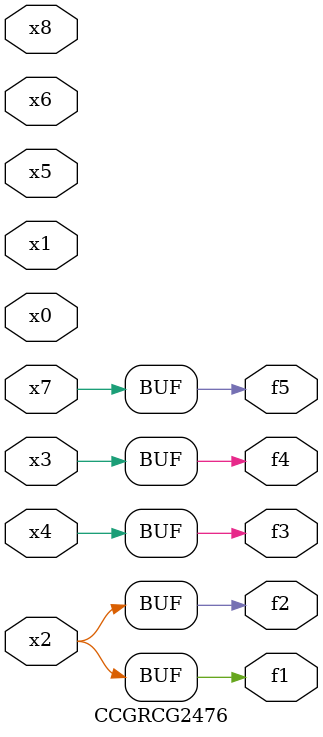
<source format=v>
module CCGRCG2476(
	input x0, x1, x2, x3, x4, x5, x6, x7, x8,
	output f1, f2, f3, f4, f5
);
	assign f1 = x2;
	assign f2 = x2;
	assign f3 = x4;
	assign f4 = x3;
	assign f5 = x7;
endmodule

</source>
